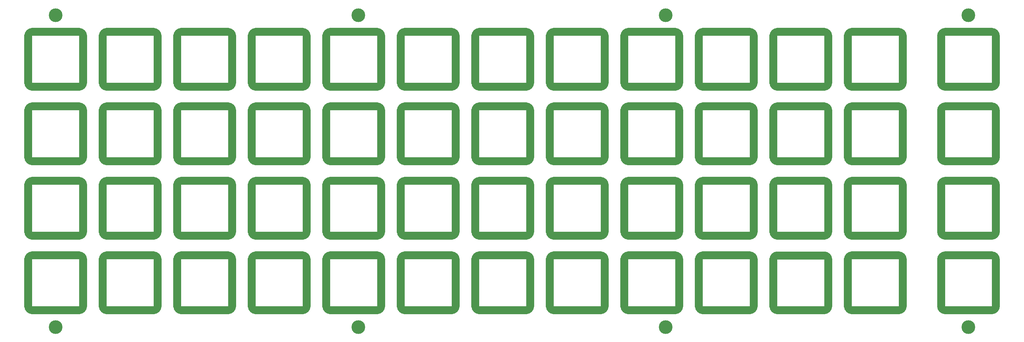
<source format=gbr>
G04 #@! TF.GenerationSoftware,KiCad,Pcbnew,(5.1.4-0-10_14)*
G04 #@! TF.CreationDate,2021-10-03T11:39:20-05:00*
G04 #@! TF.ProjectId,lucy_top_plate,6c756379-5f74-46f7-905f-706c6174652e,rev?*
G04 #@! TF.SameCoordinates,Original*
G04 #@! TF.FileFunction,Soldermask,Top*
G04 #@! TF.FilePolarity,Negative*
%FSLAX46Y46*%
G04 Gerber Fmt 4.6, Leading zero omitted, Abs format (unit mm)*
G04 Created by KiCad (PCBNEW (5.1.4-0-10_14)) date 2021-10-03 11:39:20*
%MOMM*%
%LPD*%
G04 APERTURE LIST*
%ADD10C,2.000000*%
%ADD11C,3.500000*%
G04 APERTURE END LIST*
D10*
X314373170Y-100156700D02*
X302373170Y-100156700D01*
X301373170Y-113156700D02*
X301373170Y-101156700D01*
X302373170Y-114156700D02*
X314373170Y-114156700D01*
X315373170Y-101156700D02*
X315373170Y-113156700D01*
X314373170Y-100156700D02*
G75*
G02X315373170Y-101156700I0J-1000000D01*
G01*
X315373170Y-113156700D02*
G75*
G02X314373170Y-114156700I-1000000J0D01*
G01*
X302373170Y-114156700D02*
G75*
G02X301373170Y-113156700I0J1000000D01*
G01*
X301373170Y-101156700D02*
G75*
G02X302373170Y-100156700I1000000J0D01*
G01*
X161972530Y-43006460D02*
X149972530Y-43006460D01*
X148972530Y-56006460D02*
X148972530Y-44006460D01*
X149972530Y-57006460D02*
X161972530Y-57006460D01*
X162972530Y-44006460D02*
X162972530Y-56006460D01*
X161972530Y-43006460D02*
G75*
G02X162972530Y-44006460I0J-1000000D01*
G01*
X162972530Y-56006460D02*
G75*
G02X161972530Y-57006460I-1000000J0D01*
G01*
X149972530Y-57006460D02*
G75*
G02X148972530Y-56006460I0J1000000D01*
G01*
X148972530Y-44006460D02*
G75*
G02X149972530Y-43006460I1000000J0D01*
G01*
X395336010Y-100156700D02*
X383336010Y-100156700D01*
X382336010Y-113156700D02*
X382336010Y-101156700D01*
X383336010Y-114156700D02*
X395336010Y-114156700D01*
X396336010Y-101156700D02*
X396336010Y-113156700D01*
X395336010Y-100156700D02*
G75*
G02X396336010Y-101156700I0J-1000000D01*
G01*
X396336010Y-113156700D02*
G75*
G02X395336010Y-114156700I-1000000J0D01*
G01*
X383336010Y-114156700D02*
G75*
G02X382336010Y-113156700I0J1000000D01*
G01*
X382336010Y-101156700D02*
G75*
G02X383336010Y-100156700I1000000J0D01*
G01*
X395335890Y-81106428D02*
X383335890Y-81106428D01*
X382335890Y-94106428D02*
X382335890Y-82106428D01*
X383335890Y-95106428D02*
X395335890Y-95106428D01*
X396335890Y-82106428D02*
X396335890Y-94106428D01*
X395335890Y-81106428D02*
G75*
G02X396335890Y-82106428I0J-1000000D01*
G01*
X396335890Y-94106428D02*
G75*
G02X395335890Y-95106428I-1000000J0D01*
G01*
X383335890Y-95106428D02*
G75*
G02X382335890Y-94106428I0J1000000D01*
G01*
X382335890Y-82106428D02*
G75*
G02X383335890Y-81106428I1000000J0D01*
G01*
X395335890Y-62056444D02*
X383335890Y-62056444D01*
X382335890Y-75056444D02*
X382335890Y-63056444D01*
X383335890Y-76056444D02*
X395335890Y-76056444D01*
X396335890Y-63056444D02*
X396335890Y-75056444D01*
X395335890Y-62056444D02*
G75*
G02X396335890Y-63056444I0J-1000000D01*
G01*
X396335890Y-75056444D02*
G75*
G02X395335890Y-76056444I-1000000J0D01*
G01*
X383335890Y-76056444D02*
G75*
G02X382335890Y-75056444I0J1000000D01*
G01*
X382335890Y-63056444D02*
G75*
G02X383335890Y-62056444I1000000J0D01*
G01*
X395336010Y-43006460D02*
X383336010Y-43006460D01*
X382336010Y-56006460D02*
X382336010Y-44006460D01*
X383336010Y-57006460D02*
X395336010Y-57006460D01*
X396336010Y-44006460D02*
X396336010Y-56006460D01*
X395336010Y-43006460D02*
G75*
G02X396336010Y-44006460I0J-1000000D01*
G01*
X396336010Y-56006460D02*
G75*
G02X395336010Y-57006460I-1000000J0D01*
G01*
X383336010Y-57006460D02*
G75*
G02X382336010Y-56006460I0J1000000D01*
G01*
X382336010Y-44006460D02*
G75*
G02X383336010Y-43006460I1000000J0D01*
G01*
X371523410Y-100156700D02*
X359523410Y-100156700D01*
X358523410Y-113156700D02*
X358523410Y-101156700D01*
X359523410Y-114156700D02*
X371523410Y-114156700D01*
X372523410Y-101156700D02*
X372523410Y-113156700D01*
X371523410Y-100156700D02*
G75*
G02X372523410Y-101156700I0J-1000000D01*
G01*
X372523410Y-113156700D02*
G75*
G02X371523410Y-114156700I-1000000J0D01*
G01*
X359523410Y-114156700D02*
G75*
G02X358523410Y-113156700I0J1000000D01*
G01*
X358523410Y-101156700D02*
G75*
G02X359523410Y-100156700I1000000J0D01*
G01*
X352473330Y-100160000D02*
X340473330Y-100160000D01*
X339473330Y-113160000D02*
X339473330Y-101160000D01*
X340473330Y-114160000D02*
X352473330Y-114160000D01*
X353473330Y-101160000D02*
X353473330Y-113160000D01*
X352473330Y-100160000D02*
G75*
G02X353473330Y-101160000I0J-1000000D01*
G01*
X353473330Y-113160000D02*
G75*
G02X352473330Y-114160000I-1000000J0D01*
G01*
X340473330Y-114160000D02*
G75*
G02X339473330Y-113160000I0J1000000D01*
G01*
X339473330Y-101160000D02*
G75*
G02X340473330Y-100160000I1000000J0D01*
G01*
X333423250Y-100156700D02*
X321423250Y-100156700D01*
X320423250Y-113156700D02*
X320423250Y-101156700D01*
X321423250Y-114156700D02*
X333423250Y-114156700D01*
X334423250Y-101156700D02*
X334423250Y-113156700D01*
X333423250Y-100156700D02*
G75*
G02X334423250Y-101156700I0J-1000000D01*
G01*
X334423250Y-113156700D02*
G75*
G02X333423250Y-114156700I-1000000J0D01*
G01*
X321423250Y-114156700D02*
G75*
G02X320423250Y-113156700I0J1000000D01*
G01*
X320423250Y-101156700D02*
G75*
G02X321423250Y-100156700I1000000J0D01*
G01*
X295323090Y-100156700D02*
X283323090Y-100156700D01*
X282323090Y-113156700D02*
X282323090Y-101156700D01*
X283323090Y-114156700D02*
X295323090Y-114156700D01*
X296323090Y-101156700D02*
X296323090Y-113156700D01*
X295323090Y-100156700D02*
G75*
G02X296323090Y-101156700I0J-1000000D01*
G01*
X296323090Y-113156700D02*
G75*
G02X295323090Y-114156700I-1000000J0D01*
G01*
X283323090Y-114156700D02*
G75*
G02X282323090Y-113156700I0J1000000D01*
G01*
X282323090Y-101156700D02*
G75*
G02X283323090Y-100156700I1000000J0D01*
G01*
X276273010Y-100156700D02*
X264273010Y-100156700D01*
X263273010Y-113156700D02*
X263273010Y-101156700D01*
X264273010Y-114156700D02*
X276273010Y-114156700D01*
X277273010Y-101156700D02*
X277273010Y-113156700D01*
X276273010Y-100156700D02*
G75*
G02X277273010Y-101156700I0J-1000000D01*
G01*
X277273010Y-113156700D02*
G75*
G02X276273010Y-114156700I-1000000J0D01*
G01*
X264273010Y-114156700D02*
G75*
G02X263273010Y-113156700I0J1000000D01*
G01*
X263273010Y-101156700D02*
G75*
G02X264273010Y-100156700I1000000J0D01*
G01*
X257222930Y-100156700D02*
X245222930Y-100156700D01*
X244222930Y-113156700D02*
X244222930Y-101156700D01*
X245222930Y-114156700D02*
X257222930Y-114156700D01*
X258222930Y-101156700D02*
X258222930Y-113156700D01*
X257222930Y-100156700D02*
G75*
G02X258222930Y-101156700I0J-1000000D01*
G01*
X258222930Y-113156700D02*
G75*
G02X257222930Y-114156700I-1000000J0D01*
G01*
X245222930Y-114156700D02*
G75*
G02X244222930Y-113156700I0J1000000D01*
G01*
X244222930Y-101156700D02*
G75*
G02X245222930Y-100156700I1000000J0D01*
G01*
X238172850Y-100156700D02*
X226172850Y-100156700D01*
X225172850Y-113156700D02*
X225172850Y-101156700D01*
X226172850Y-114156700D02*
X238172850Y-114156700D01*
X239172850Y-101156700D02*
X239172850Y-113156700D01*
X238172850Y-100156700D02*
G75*
G02X239172850Y-101156700I0J-1000000D01*
G01*
X239172850Y-113156700D02*
G75*
G02X238172850Y-114156700I-1000000J0D01*
G01*
X226172850Y-114156700D02*
G75*
G02X225172850Y-113156700I0J1000000D01*
G01*
X225172850Y-101156700D02*
G75*
G02X226172850Y-100156700I1000000J0D01*
G01*
X219122770Y-100156700D02*
X207122770Y-100156700D01*
X206122770Y-113156700D02*
X206122770Y-101156700D01*
X207122770Y-114156700D02*
X219122770Y-114156700D01*
X220122770Y-101156700D02*
X220122770Y-113156700D01*
X219122770Y-100156700D02*
G75*
G02X220122770Y-101156700I0J-1000000D01*
G01*
X220122770Y-113156700D02*
G75*
G02X219122770Y-114156700I-1000000J0D01*
G01*
X207122770Y-114156700D02*
G75*
G02X206122770Y-113156700I0J1000000D01*
G01*
X206122770Y-101156700D02*
G75*
G02X207122770Y-100156700I1000000J0D01*
G01*
X200072690Y-100156700D02*
X188072690Y-100156700D01*
X187072690Y-113156700D02*
X187072690Y-101156700D01*
X188072690Y-114156700D02*
X200072690Y-114156700D01*
X201072690Y-101156700D02*
X201072690Y-113156700D01*
X200072690Y-100156700D02*
G75*
G02X201072690Y-101156700I0J-1000000D01*
G01*
X201072690Y-113156700D02*
G75*
G02X200072690Y-114156700I-1000000J0D01*
G01*
X188072690Y-114156700D02*
G75*
G02X187072690Y-113156700I0J1000000D01*
G01*
X187072690Y-101156700D02*
G75*
G02X188072690Y-100156700I1000000J0D01*
G01*
X181022610Y-100156700D02*
X169022610Y-100156700D01*
X168022610Y-113156700D02*
X168022610Y-101156700D01*
X169022610Y-114156700D02*
X181022610Y-114156700D01*
X182022610Y-101156700D02*
X182022610Y-113156700D01*
X181022610Y-100156700D02*
G75*
G02X182022610Y-101156700I0J-1000000D01*
G01*
X182022610Y-113156700D02*
G75*
G02X181022610Y-114156700I-1000000J0D01*
G01*
X169022610Y-114156700D02*
G75*
G02X168022610Y-113156700I0J1000000D01*
G01*
X168022610Y-101156700D02*
G75*
G02X169022610Y-100156700I1000000J0D01*
G01*
X161972530Y-100156700D02*
X149972530Y-100156700D01*
X148972530Y-113156700D02*
X148972530Y-101156700D01*
X149972530Y-114156700D02*
X161972530Y-114156700D01*
X162972530Y-101156700D02*
X162972530Y-113156700D01*
X161972530Y-100156700D02*
G75*
G02X162972530Y-101156700I0J-1000000D01*
G01*
X162972530Y-113156700D02*
G75*
G02X161972530Y-114156700I-1000000J0D01*
G01*
X149972530Y-114156700D02*
G75*
G02X148972530Y-113156700I0J1000000D01*
G01*
X148972530Y-101156700D02*
G75*
G02X149972530Y-100156700I1000000J0D01*
G01*
X371523410Y-81106620D02*
X359523410Y-81106620D01*
X358523410Y-94106620D02*
X358523410Y-82106620D01*
X359523410Y-95106620D02*
X371523410Y-95106620D01*
X372523410Y-82106620D02*
X372523410Y-94106620D01*
X371523410Y-81106620D02*
G75*
G02X372523410Y-82106620I0J-1000000D01*
G01*
X372523410Y-94106620D02*
G75*
G02X371523410Y-95106620I-1000000J0D01*
G01*
X359523410Y-95106620D02*
G75*
G02X358523410Y-94106620I0J1000000D01*
G01*
X358523410Y-82106620D02*
G75*
G02X359523410Y-81106620I1000000J0D01*
G01*
X352473330Y-81106620D02*
X340473330Y-81106620D01*
X339473330Y-94106620D02*
X339473330Y-82106620D01*
X340473330Y-95106620D02*
X352473330Y-95106620D01*
X353473330Y-82106620D02*
X353473330Y-94106620D01*
X352473330Y-81106620D02*
G75*
G02X353473330Y-82106620I0J-1000000D01*
G01*
X353473330Y-94106620D02*
G75*
G02X352473330Y-95106620I-1000000J0D01*
G01*
X340473330Y-95106620D02*
G75*
G02X339473330Y-94106620I0J1000000D01*
G01*
X339473330Y-82106620D02*
G75*
G02X340473330Y-81106620I1000000J0D01*
G01*
X333423250Y-81106620D02*
X321423250Y-81106620D01*
X320423250Y-94106620D02*
X320423250Y-82106620D01*
X321423250Y-95106620D02*
X333423250Y-95106620D01*
X334423250Y-82106620D02*
X334423250Y-94106620D01*
X333423250Y-81106620D02*
G75*
G02X334423250Y-82106620I0J-1000000D01*
G01*
X334423250Y-94106620D02*
G75*
G02X333423250Y-95106620I-1000000J0D01*
G01*
X321423250Y-95106620D02*
G75*
G02X320423250Y-94106620I0J1000000D01*
G01*
X320423250Y-82106620D02*
G75*
G02X321423250Y-81106620I1000000J0D01*
G01*
X314373170Y-81106620D02*
X302373170Y-81106620D01*
X301373170Y-94106620D02*
X301373170Y-82106620D01*
X302373170Y-95106620D02*
X314373170Y-95106620D01*
X315373170Y-82106620D02*
X315373170Y-94106620D01*
X314373170Y-81106620D02*
G75*
G02X315373170Y-82106620I0J-1000000D01*
G01*
X315373170Y-94106620D02*
G75*
G02X314373170Y-95106620I-1000000J0D01*
G01*
X302373170Y-95106620D02*
G75*
G02X301373170Y-94106620I0J1000000D01*
G01*
X301373170Y-82106620D02*
G75*
G02X302373170Y-81106620I1000000J0D01*
G01*
X295323090Y-81106620D02*
X283323090Y-81106620D01*
X282323090Y-94106620D02*
X282323090Y-82106620D01*
X283323090Y-95106620D02*
X295323090Y-95106620D01*
X296323090Y-82106620D02*
X296323090Y-94106620D01*
X295323090Y-81106620D02*
G75*
G02X296323090Y-82106620I0J-1000000D01*
G01*
X296323090Y-94106620D02*
G75*
G02X295323090Y-95106620I-1000000J0D01*
G01*
X283323090Y-95106620D02*
G75*
G02X282323090Y-94106620I0J1000000D01*
G01*
X282323090Y-82106620D02*
G75*
G02X283323090Y-81106620I1000000J0D01*
G01*
X276273010Y-81106620D02*
X264273010Y-81106620D01*
X263273010Y-94106620D02*
X263273010Y-82106620D01*
X264273010Y-95106620D02*
X276273010Y-95106620D01*
X277273010Y-82106620D02*
X277273010Y-94106620D01*
X276273010Y-81106620D02*
G75*
G02X277273010Y-82106620I0J-1000000D01*
G01*
X277273010Y-94106620D02*
G75*
G02X276273010Y-95106620I-1000000J0D01*
G01*
X264273010Y-95106620D02*
G75*
G02X263273010Y-94106620I0J1000000D01*
G01*
X263273010Y-82106620D02*
G75*
G02X264273010Y-81106620I1000000J0D01*
G01*
X257222930Y-81106620D02*
X245222930Y-81106620D01*
X244222930Y-94106620D02*
X244222930Y-82106620D01*
X245222930Y-95106620D02*
X257222930Y-95106620D01*
X258222930Y-82106620D02*
X258222930Y-94106620D01*
X257222930Y-81106620D02*
G75*
G02X258222930Y-82106620I0J-1000000D01*
G01*
X258222930Y-94106620D02*
G75*
G02X257222930Y-95106620I-1000000J0D01*
G01*
X245222930Y-95106620D02*
G75*
G02X244222930Y-94106620I0J1000000D01*
G01*
X244222930Y-82106620D02*
G75*
G02X245222930Y-81106620I1000000J0D01*
G01*
X238172850Y-81106620D02*
X226172850Y-81106620D01*
X225172850Y-94106620D02*
X225172850Y-82106620D01*
X226172850Y-95106620D02*
X238172850Y-95106620D01*
X239172850Y-82106620D02*
X239172850Y-94106620D01*
X238172850Y-81106620D02*
G75*
G02X239172850Y-82106620I0J-1000000D01*
G01*
X239172850Y-94106620D02*
G75*
G02X238172850Y-95106620I-1000000J0D01*
G01*
X226172850Y-95106620D02*
G75*
G02X225172850Y-94106620I0J1000000D01*
G01*
X225172850Y-82106620D02*
G75*
G02X226172850Y-81106620I1000000J0D01*
G01*
X219122770Y-81106620D02*
X207122770Y-81106620D01*
X206122770Y-94106620D02*
X206122770Y-82106620D01*
X207122770Y-95106620D02*
X219122770Y-95106620D01*
X220122770Y-82106620D02*
X220122770Y-94106620D01*
X219122770Y-81106620D02*
G75*
G02X220122770Y-82106620I0J-1000000D01*
G01*
X220122770Y-94106620D02*
G75*
G02X219122770Y-95106620I-1000000J0D01*
G01*
X207122770Y-95106620D02*
G75*
G02X206122770Y-94106620I0J1000000D01*
G01*
X206122770Y-82106620D02*
G75*
G02X207122770Y-81106620I1000000J0D01*
G01*
X200072690Y-81106620D02*
X188072690Y-81106620D01*
X187072690Y-94106620D02*
X187072690Y-82106620D01*
X188072690Y-95106620D02*
X200072690Y-95106620D01*
X201072690Y-82106620D02*
X201072690Y-94106620D01*
X200072690Y-81106620D02*
G75*
G02X201072690Y-82106620I0J-1000000D01*
G01*
X201072690Y-94106620D02*
G75*
G02X200072690Y-95106620I-1000000J0D01*
G01*
X188072690Y-95106620D02*
G75*
G02X187072690Y-94106620I0J1000000D01*
G01*
X187072690Y-82106620D02*
G75*
G02X188072690Y-81106620I1000000J0D01*
G01*
X181022610Y-81106620D02*
X169022610Y-81106620D01*
X168022610Y-94106620D02*
X168022610Y-82106620D01*
X169022610Y-95106620D02*
X181022610Y-95106620D01*
X182022610Y-82106620D02*
X182022610Y-94106620D01*
X181022610Y-81106620D02*
G75*
G02X182022610Y-82106620I0J-1000000D01*
G01*
X182022610Y-94106620D02*
G75*
G02X181022610Y-95106620I-1000000J0D01*
G01*
X169022610Y-95106620D02*
G75*
G02X168022610Y-94106620I0J1000000D01*
G01*
X168022610Y-82106620D02*
G75*
G02X169022610Y-81106620I1000000J0D01*
G01*
X161972530Y-81106620D02*
X149972530Y-81106620D01*
X148972530Y-94106620D02*
X148972530Y-82106620D01*
X149972530Y-95106620D02*
X161972530Y-95106620D01*
X162972530Y-82106620D02*
X162972530Y-94106620D01*
X161972530Y-81106620D02*
G75*
G02X162972530Y-82106620I0J-1000000D01*
G01*
X162972530Y-94106620D02*
G75*
G02X161972530Y-95106620I-1000000J0D01*
G01*
X149972530Y-95106620D02*
G75*
G02X148972530Y-94106620I0J1000000D01*
G01*
X148972530Y-82106620D02*
G75*
G02X149972530Y-81106620I1000000J0D01*
G01*
X371523410Y-62056540D02*
X359523410Y-62056540D01*
X358523410Y-75056540D02*
X358523410Y-63056540D01*
X359523410Y-76056540D02*
X371523410Y-76056540D01*
X372523410Y-63056540D02*
X372523410Y-75056540D01*
X371523410Y-62056540D02*
G75*
G02X372523410Y-63056540I0J-1000000D01*
G01*
X372523410Y-75056540D02*
G75*
G02X371523410Y-76056540I-1000000J0D01*
G01*
X359523410Y-76056540D02*
G75*
G02X358523410Y-75056540I0J1000000D01*
G01*
X358523410Y-63056540D02*
G75*
G02X359523410Y-62056540I1000000J0D01*
G01*
X352473330Y-62056540D02*
X340473330Y-62056540D01*
X339473330Y-75056540D02*
X339473330Y-63056540D01*
X340473330Y-76056540D02*
X352473330Y-76056540D01*
X353473330Y-63056540D02*
X353473330Y-75056540D01*
X352473330Y-62056540D02*
G75*
G02X353473330Y-63056540I0J-1000000D01*
G01*
X353473330Y-75056540D02*
G75*
G02X352473330Y-76056540I-1000000J0D01*
G01*
X340473330Y-76056540D02*
G75*
G02X339473330Y-75056540I0J1000000D01*
G01*
X339473330Y-63056540D02*
G75*
G02X340473330Y-62056540I1000000J0D01*
G01*
X333423250Y-62056540D02*
X321423250Y-62056540D01*
X320423250Y-75056540D02*
X320423250Y-63056540D01*
X321423250Y-76056540D02*
X333423250Y-76056540D01*
X334423250Y-63056540D02*
X334423250Y-75056540D01*
X333423250Y-62056540D02*
G75*
G02X334423250Y-63056540I0J-1000000D01*
G01*
X334423250Y-75056540D02*
G75*
G02X333423250Y-76056540I-1000000J0D01*
G01*
X321423250Y-76056540D02*
G75*
G02X320423250Y-75056540I0J1000000D01*
G01*
X320423250Y-63056540D02*
G75*
G02X321423250Y-62056540I1000000J0D01*
G01*
X314373170Y-62056540D02*
X302373170Y-62056540D01*
X301373170Y-75056540D02*
X301373170Y-63056540D01*
X302373170Y-76056540D02*
X314373170Y-76056540D01*
X315373170Y-63056540D02*
X315373170Y-75056540D01*
X314373170Y-62056540D02*
G75*
G02X315373170Y-63056540I0J-1000000D01*
G01*
X315373170Y-75056540D02*
G75*
G02X314373170Y-76056540I-1000000J0D01*
G01*
X302373170Y-76056540D02*
G75*
G02X301373170Y-75056540I0J1000000D01*
G01*
X301373170Y-63056540D02*
G75*
G02X302373170Y-62056540I1000000J0D01*
G01*
X295323090Y-62056540D02*
X283323090Y-62056540D01*
X282323090Y-75056540D02*
X282323090Y-63056540D01*
X283323090Y-76056540D02*
X295323090Y-76056540D01*
X296323090Y-63056540D02*
X296323090Y-75056540D01*
X295323090Y-62056540D02*
G75*
G02X296323090Y-63056540I0J-1000000D01*
G01*
X296323090Y-75056540D02*
G75*
G02X295323090Y-76056540I-1000000J0D01*
G01*
X283323090Y-76056540D02*
G75*
G02X282323090Y-75056540I0J1000000D01*
G01*
X282323090Y-63056540D02*
G75*
G02X283323090Y-62056540I1000000J0D01*
G01*
X276273010Y-62056540D02*
X264273010Y-62056540D01*
X263273010Y-75056540D02*
X263273010Y-63056540D01*
X264273010Y-76056540D02*
X276273010Y-76056540D01*
X277273010Y-63056540D02*
X277273010Y-75056540D01*
X276273010Y-62056540D02*
G75*
G02X277273010Y-63056540I0J-1000000D01*
G01*
X277273010Y-75056540D02*
G75*
G02X276273010Y-76056540I-1000000J0D01*
G01*
X264273010Y-76056540D02*
G75*
G02X263273010Y-75056540I0J1000000D01*
G01*
X263273010Y-63056540D02*
G75*
G02X264273010Y-62056540I1000000J0D01*
G01*
X257222930Y-62056540D02*
X245222930Y-62056540D01*
X244222930Y-75056540D02*
X244222930Y-63056540D01*
X245222930Y-76056540D02*
X257222930Y-76056540D01*
X258222930Y-63056540D02*
X258222930Y-75056540D01*
X257222930Y-62056540D02*
G75*
G02X258222930Y-63056540I0J-1000000D01*
G01*
X258222930Y-75056540D02*
G75*
G02X257222930Y-76056540I-1000000J0D01*
G01*
X245222930Y-76056540D02*
G75*
G02X244222930Y-75056540I0J1000000D01*
G01*
X244222930Y-63056540D02*
G75*
G02X245222930Y-62056540I1000000J0D01*
G01*
X238172850Y-62056540D02*
X226172850Y-62056540D01*
X225172850Y-75056540D02*
X225172850Y-63056540D01*
X226172850Y-76056540D02*
X238172850Y-76056540D01*
X239172850Y-63056540D02*
X239172850Y-75056540D01*
X238172850Y-62056540D02*
G75*
G02X239172850Y-63056540I0J-1000000D01*
G01*
X239172850Y-75056540D02*
G75*
G02X238172850Y-76056540I-1000000J0D01*
G01*
X226172850Y-76056540D02*
G75*
G02X225172850Y-75056540I0J1000000D01*
G01*
X225172850Y-63056540D02*
G75*
G02X226172850Y-62056540I1000000J0D01*
G01*
X219122770Y-62056540D02*
X207122770Y-62056540D01*
X206122770Y-75056540D02*
X206122770Y-63056540D01*
X207122770Y-76056540D02*
X219122770Y-76056540D01*
X220122770Y-63056540D02*
X220122770Y-75056540D01*
X219122770Y-62056540D02*
G75*
G02X220122770Y-63056540I0J-1000000D01*
G01*
X220122770Y-75056540D02*
G75*
G02X219122770Y-76056540I-1000000J0D01*
G01*
X207122770Y-76056540D02*
G75*
G02X206122770Y-75056540I0J1000000D01*
G01*
X206122770Y-63056540D02*
G75*
G02X207122770Y-62056540I1000000J0D01*
G01*
X200072690Y-62056540D02*
X188072690Y-62056540D01*
X187072690Y-75056540D02*
X187072690Y-63056540D01*
X188072690Y-76056540D02*
X200072690Y-76056540D01*
X201072690Y-63056540D02*
X201072690Y-75056540D01*
X200072690Y-62056540D02*
G75*
G02X201072690Y-63056540I0J-1000000D01*
G01*
X201072690Y-75056540D02*
G75*
G02X200072690Y-76056540I-1000000J0D01*
G01*
X188072690Y-76056540D02*
G75*
G02X187072690Y-75056540I0J1000000D01*
G01*
X187072690Y-63056540D02*
G75*
G02X188072690Y-62056540I1000000J0D01*
G01*
X181022610Y-62056540D02*
X169022610Y-62056540D01*
X168022610Y-75056540D02*
X168022610Y-63056540D01*
X169022610Y-76056540D02*
X181022610Y-76056540D01*
X182022610Y-63056540D02*
X182022610Y-75056540D01*
X181022610Y-62056540D02*
G75*
G02X182022610Y-63056540I0J-1000000D01*
G01*
X182022610Y-75056540D02*
G75*
G02X181022610Y-76056540I-1000000J0D01*
G01*
X169022610Y-76056540D02*
G75*
G02X168022610Y-75056540I0J1000000D01*
G01*
X168022610Y-63056540D02*
G75*
G02X169022610Y-62056540I1000000J0D01*
G01*
X161972530Y-62056540D02*
X149972530Y-62056540D01*
X148972530Y-75056540D02*
X148972530Y-63056540D01*
X149972530Y-76056540D02*
X161972530Y-76056540D01*
X162972530Y-63056540D02*
X162972530Y-75056540D01*
X161972530Y-62056540D02*
G75*
G02X162972530Y-63056540I0J-1000000D01*
G01*
X162972530Y-75056540D02*
G75*
G02X161972530Y-76056540I-1000000J0D01*
G01*
X149972530Y-76056540D02*
G75*
G02X148972530Y-75056540I0J1000000D01*
G01*
X148972530Y-63056540D02*
G75*
G02X149972530Y-62056540I1000000J0D01*
G01*
X371523410Y-43006460D02*
X359523410Y-43006460D01*
X358523410Y-56006460D02*
X358523410Y-44006460D01*
X359523410Y-57006460D02*
X371523410Y-57006460D01*
X372523410Y-44006460D02*
X372523410Y-56006460D01*
X371523410Y-43006460D02*
G75*
G02X372523410Y-44006460I0J-1000000D01*
G01*
X372523410Y-56006460D02*
G75*
G02X371523410Y-57006460I-1000000J0D01*
G01*
X359523410Y-57006460D02*
G75*
G02X358523410Y-56006460I0J1000000D01*
G01*
X358523410Y-44006460D02*
G75*
G02X359523410Y-43006460I1000000J0D01*
G01*
X352473330Y-43006460D02*
X340473330Y-43006460D01*
X339473330Y-56006460D02*
X339473330Y-44006460D01*
X340473330Y-57006460D02*
X352473330Y-57006460D01*
X353473330Y-44006460D02*
X353473330Y-56006460D01*
X352473330Y-43006460D02*
G75*
G02X353473330Y-44006460I0J-1000000D01*
G01*
X353473330Y-56006460D02*
G75*
G02X352473330Y-57006460I-1000000J0D01*
G01*
X340473330Y-57006460D02*
G75*
G02X339473330Y-56006460I0J1000000D01*
G01*
X339473330Y-44006460D02*
G75*
G02X340473330Y-43006460I1000000J0D01*
G01*
X333423250Y-43006460D02*
X321423250Y-43006460D01*
X320423250Y-56006460D02*
X320423250Y-44006460D01*
X321423250Y-57006460D02*
X333423250Y-57006460D01*
X334423250Y-44006460D02*
X334423250Y-56006460D01*
X333423250Y-43006460D02*
G75*
G02X334423250Y-44006460I0J-1000000D01*
G01*
X334423250Y-56006460D02*
G75*
G02X333423250Y-57006460I-1000000J0D01*
G01*
X321423250Y-57006460D02*
G75*
G02X320423250Y-56006460I0J1000000D01*
G01*
X320423250Y-44006460D02*
G75*
G02X321423250Y-43006460I1000000J0D01*
G01*
X314373170Y-43006460D02*
X302373170Y-43006460D01*
X301373170Y-56006460D02*
X301373170Y-44006460D01*
X302373170Y-57006460D02*
X314373170Y-57006460D01*
X315373170Y-44006460D02*
X315373170Y-56006460D01*
X314373170Y-43006460D02*
G75*
G02X315373170Y-44006460I0J-1000000D01*
G01*
X315373170Y-56006460D02*
G75*
G02X314373170Y-57006460I-1000000J0D01*
G01*
X302373170Y-57006460D02*
G75*
G02X301373170Y-56006460I0J1000000D01*
G01*
X301373170Y-44006460D02*
G75*
G02X302373170Y-43006460I1000000J0D01*
G01*
X295323090Y-43006460D02*
X283323090Y-43006460D01*
X282323090Y-56006460D02*
X282323090Y-44006460D01*
X283323090Y-57006460D02*
X295323090Y-57006460D01*
X296323090Y-44006460D02*
X296323090Y-56006460D01*
X295323090Y-43006460D02*
G75*
G02X296323090Y-44006460I0J-1000000D01*
G01*
X296323090Y-56006460D02*
G75*
G02X295323090Y-57006460I-1000000J0D01*
G01*
X283323090Y-57006460D02*
G75*
G02X282323090Y-56006460I0J1000000D01*
G01*
X282323090Y-44006460D02*
G75*
G02X283323090Y-43006460I1000000J0D01*
G01*
X276273010Y-43006460D02*
X264273010Y-43006460D01*
X263273010Y-56006460D02*
X263273010Y-44006460D01*
X264273010Y-57006460D02*
X276273010Y-57006460D01*
X277273010Y-44006460D02*
X277273010Y-56006460D01*
X276273010Y-43006460D02*
G75*
G02X277273010Y-44006460I0J-1000000D01*
G01*
X277273010Y-56006460D02*
G75*
G02X276273010Y-57006460I-1000000J0D01*
G01*
X264273010Y-57006460D02*
G75*
G02X263273010Y-56006460I0J1000000D01*
G01*
X263273010Y-44006460D02*
G75*
G02X264273010Y-43006460I1000000J0D01*
G01*
X257222930Y-43006460D02*
X245222930Y-43006460D01*
X244222930Y-56006460D02*
X244222930Y-44006460D01*
X245222930Y-57006460D02*
X257222930Y-57006460D01*
X258222930Y-44006460D02*
X258222930Y-56006460D01*
X257222930Y-43006460D02*
G75*
G02X258222930Y-44006460I0J-1000000D01*
G01*
X258222930Y-56006460D02*
G75*
G02X257222930Y-57006460I-1000000J0D01*
G01*
X245222930Y-57006460D02*
G75*
G02X244222930Y-56006460I0J1000000D01*
G01*
X244222930Y-44006460D02*
G75*
G02X245222930Y-43006460I1000000J0D01*
G01*
X238172850Y-43006460D02*
X226172850Y-43006460D01*
X225172850Y-56006460D02*
X225172850Y-44006460D01*
X226172850Y-57006460D02*
X238172850Y-57006460D01*
X239172850Y-44006460D02*
X239172850Y-56006460D01*
X238172850Y-43006460D02*
G75*
G02X239172850Y-44006460I0J-1000000D01*
G01*
X239172850Y-56006460D02*
G75*
G02X238172850Y-57006460I-1000000J0D01*
G01*
X226172850Y-57006460D02*
G75*
G02X225172850Y-56006460I0J1000000D01*
G01*
X225172850Y-44006460D02*
G75*
G02X226172850Y-43006460I1000000J0D01*
G01*
X219122770Y-43006460D02*
X207122770Y-43006460D01*
X206122770Y-56006460D02*
X206122770Y-44006460D01*
X207122770Y-57006460D02*
X219122770Y-57006460D01*
X220122770Y-44006460D02*
X220122770Y-56006460D01*
X219122770Y-43006460D02*
G75*
G02X220122770Y-44006460I0J-1000000D01*
G01*
X220122770Y-56006460D02*
G75*
G02X219122770Y-57006460I-1000000J0D01*
G01*
X207122770Y-57006460D02*
G75*
G02X206122770Y-56006460I0J1000000D01*
G01*
X206122770Y-44006460D02*
G75*
G02X207122770Y-43006460I1000000J0D01*
G01*
X200072690Y-43006460D02*
X188072690Y-43006460D01*
X187072690Y-56006460D02*
X187072690Y-44006460D01*
X188072690Y-57006460D02*
X200072690Y-57006460D01*
X201072690Y-44006460D02*
X201072690Y-56006460D01*
X200072690Y-43006460D02*
G75*
G02X201072690Y-44006460I0J-1000000D01*
G01*
X201072690Y-56006460D02*
G75*
G02X200072690Y-57006460I-1000000J0D01*
G01*
X188072690Y-57006460D02*
G75*
G02X187072690Y-56006460I0J1000000D01*
G01*
X187072690Y-44006460D02*
G75*
G02X188072690Y-43006460I1000000J0D01*
G01*
X181022610Y-43006460D02*
X169022610Y-43006460D01*
X168022610Y-56006460D02*
X168022610Y-44006460D01*
X169022610Y-57006460D02*
X181022610Y-57006460D01*
X182022610Y-44006460D02*
X182022610Y-56006460D01*
X181022610Y-43006460D02*
G75*
G02X182022610Y-44006460I0J-1000000D01*
G01*
X182022610Y-56006460D02*
G75*
G02X181022610Y-57006460I-1000000J0D01*
G01*
X169022610Y-57006460D02*
G75*
G02X168022610Y-56006460I0J1000000D01*
G01*
X168022610Y-44006460D02*
G75*
G02X169022610Y-43006460I1000000J0D01*
G01*
D11*
X155973586Y-38695532D03*
X155973586Y-118467340D03*
X233364146Y-38695532D03*
X233364146Y-118454889D03*
X311945330Y-38695532D03*
X311945330Y-118467340D03*
X389335890Y-38695532D03*
X389335890Y-118467340D03*
M02*

</source>
